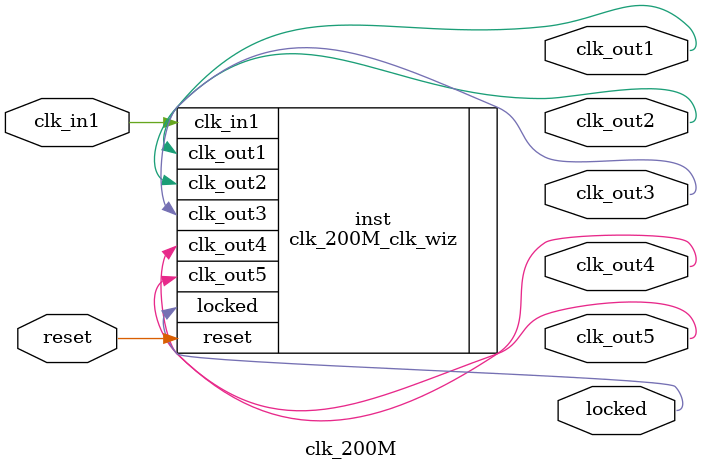
<source format=v>


`timescale 1ps/1ps

(* CORE_GENERATION_INFO = "clk_200M,clk_wiz_v6_0_2_0_0,{component_name=clk_200M,use_phase_alignment=true,use_min_o_jitter=false,use_max_i_jitter=false,use_dyn_phase_shift=false,use_inclk_switchover=false,use_dyn_reconfig=false,enable_axi=0,feedback_source=FDBK_AUTO,PRIMITIVE=MMCM,num_out_clk=5,clkin1_period=20.000,clkin2_period=10.0,use_power_down=false,use_reset=true,use_locked=true,use_inclk_stopped=false,feedback_type=SINGLE,CLOCK_MGR_TYPE=NA,manual_override=false}" *)

module clk_200M 
 (
  // Clock out ports
  output        clk_out1,
  output        clk_out2,
  output        clk_out3,
  output        clk_out4,
  output        clk_out5,
  // Status and control signals
  input         reset,
  output        locked,
 // Clock in ports
  input         clk_in1
 );

  clk_200M_clk_wiz inst
  (
  // Clock out ports  
  .clk_out1(clk_out1),
  .clk_out2(clk_out2),
  .clk_out3(clk_out3),
  .clk_out4(clk_out4),
  .clk_out5(clk_out5),
  // Status and control signals               
  .reset(reset), 
  .locked(locked),
 // Clock in ports
  .clk_in1(clk_in1)
  );

endmodule

</source>
